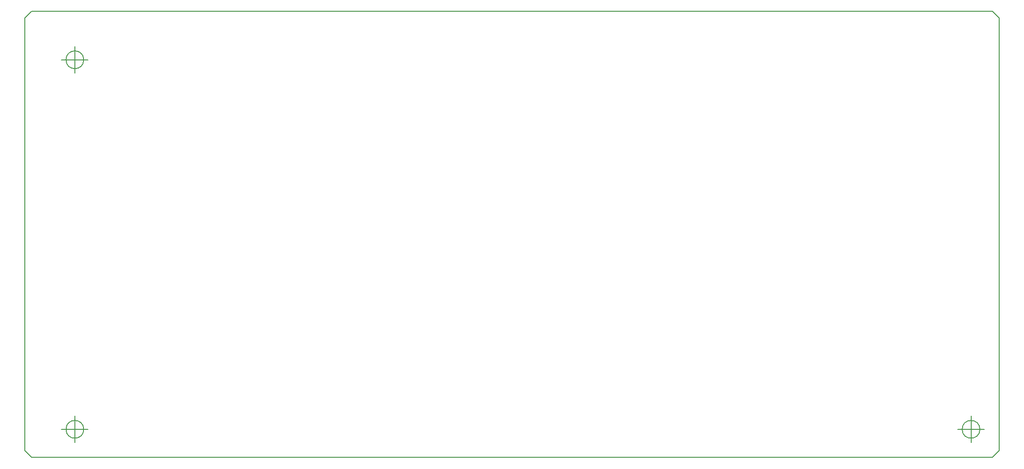
<source format=gm1>
G04 #@! TF.FileFunction,Profile,NP*
%FSLAX46Y46*%
G04 Gerber Fmt 4.6, Leading zero omitted, Abs format (unit mm)*
G04 Created by KiCad (PCBNEW 4.0.5) date 01/24/17 10:53:33*
%MOMM*%
%LPD*%
G01*
G04 APERTURE LIST*
%ADD10C,0.100000*%
%ADD11C,0.150000*%
G04 APERTURE END LIST*
D10*
D11*
X219903466Y-107746800D02*
G75*
G03X219903466Y-107746800I-1666666J0D01*
G01*
X215736800Y-107746800D02*
X220736800Y-107746800D01*
X218236800Y-105246800D02*
X218236800Y-110246800D01*
X51704666Y-107746800D02*
G75*
G03X51704666Y-107746800I-1666666J0D01*
G01*
X47538000Y-107746800D02*
X52538000Y-107746800D01*
X50038000Y-105246800D02*
X50038000Y-110246800D01*
X51704666Y-38303200D02*
G75*
G03X51704666Y-38303200I-1666666J0D01*
G01*
X47538000Y-38303200D02*
X52538000Y-38303200D01*
X50038000Y-35803200D02*
X50038000Y-40803200D01*
X223520000Y-30480000D02*
X223520000Y-48260000D01*
X222250000Y-29210000D02*
X223520000Y-30480000D01*
X41910000Y-29210000D02*
X222250000Y-29210000D01*
X40640000Y-30480000D02*
X41910000Y-29210000D01*
X40640000Y-111760000D02*
X40640000Y-30480000D01*
X41910000Y-113030000D02*
X40640000Y-111760000D01*
X222250000Y-113030000D02*
X41910000Y-113030000D01*
X223520000Y-111760000D02*
X222250000Y-113030000D01*
X223520000Y-48260000D02*
X223520000Y-111760000D01*
M02*

</source>
